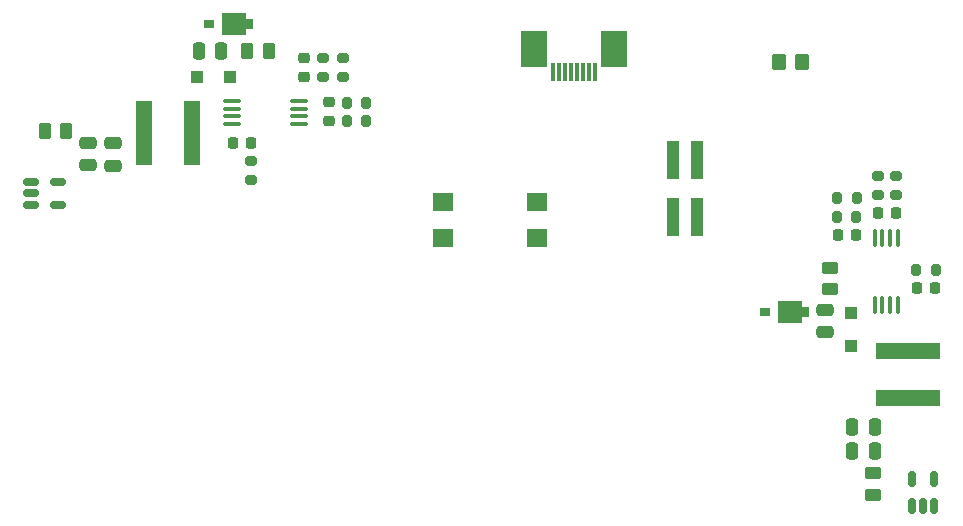
<source format=gbp>
G04 #@! TF.GenerationSoftware,KiCad,Pcbnew,8.0.2*
G04 #@! TF.CreationDate,2024-08-20T08:17:01+02:00*
G04 #@! TF.ProjectId,STS1_SIDEPANEL,53545331-5f53-4494-9445-50414e454c2e,rev?*
G04 #@! TF.SameCoordinates,Original*
G04 #@! TF.FileFunction,Paste,Bot*
G04 #@! TF.FilePolarity,Positive*
%FSLAX46Y46*%
G04 Gerber Fmt 4.6, Leading zero omitted, Abs format (unit mm)*
G04 Created by KiCad (PCBNEW 8.0.2) date 2024-08-20 08:17:01*
%MOMM*%
%LPD*%
G01*
G04 APERTURE LIST*
G04 Aperture macros list*
%AMRoundRect*
0 Rectangle with rounded corners*
0 $1 Rounding radius*
0 $2 $3 $4 $5 $6 $7 $8 $9 X,Y pos of 4 corners*
0 Add a 4 corners polygon primitive as box body*
4,1,4,$2,$3,$4,$5,$6,$7,$8,$9,$2,$3,0*
0 Add four circle primitives for the rounded corners*
1,1,$1+$1,$2,$3*
1,1,$1+$1,$4,$5*
1,1,$1+$1,$6,$7*
1,1,$1+$1,$8,$9*
0 Add four rect primitives between the rounded corners*
20,1,$1+$1,$2,$3,$4,$5,0*
20,1,$1+$1,$4,$5,$6,$7,0*
20,1,$1+$1,$6,$7,$8,$9,0*
20,1,$1+$1,$8,$9,$2,$3,0*%
G04 Aperture macros list end*
%ADD10RoundRect,0.250000X0.250000X0.475000X-0.250000X0.475000X-0.250000X-0.475000X0.250000X-0.475000X0*%
%ADD11RoundRect,0.250000X-0.350000X-0.450000X0.350000X-0.450000X0.350000X0.450000X-0.350000X0.450000X0*%
%ADD12R,1.000000X3.200000*%
%ADD13R,1.800000X1.500000*%
%ADD14RoundRect,0.250000X-0.475000X0.250000X-0.475000X-0.250000X0.475000X-0.250000X0.475000X0.250000X0*%
%ADD15R,0.650000X0.950000*%
%ADD16R,2.000000X1.950000*%
%ADD17R,0.850000X0.650000*%
%ADD18RoundRect,0.100000X0.100000X-0.637500X0.100000X0.637500X-0.100000X0.637500X-0.100000X-0.637500X0*%
%ADD19RoundRect,0.200000X-0.200000X-0.275000X0.200000X-0.275000X0.200000X0.275000X-0.200000X0.275000X0*%
%ADD20RoundRect,0.250000X-0.300000X0.300000X-0.300000X-0.300000X0.300000X-0.300000X0.300000X0.300000X0*%
%ADD21RoundRect,0.200000X0.275000X-0.200000X0.275000X0.200000X-0.275000X0.200000X-0.275000X-0.200000X0*%
%ADD22RoundRect,0.250000X0.450000X-0.262500X0.450000X0.262500X-0.450000X0.262500X-0.450000X-0.262500X0*%
%ADD23RoundRect,0.150000X0.150000X-0.512500X0.150000X0.512500X-0.150000X0.512500X-0.150000X-0.512500X0*%
%ADD24RoundRect,0.200000X-0.275000X0.200000X-0.275000X-0.200000X0.275000X-0.200000X0.275000X0.200000X0*%
%ADD25RoundRect,0.250000X-0.450000X0.262500X-0.450000X-0.262500X0.450000X-0.262500X0.450000X0.262500X0*%
%ADD26RoundRect,0.225000X0.250000X-0.225000X0.250000X0.225000X-0.250000X0.225000X-0.250000X-0.225000X0*%
%ADD27RoundRect,0.225000X0.225000X0.250000X-0.225000X0.250000X-0.225000X-0.250000X0.225000X-0.250000X0*%
%ADD28RoundRect,0.225000X-0.225000X-0.250000X0.225000X-0.250000X0.225000X0.250000X-0.225000X0.250000X0*%
%ADD29RoundRect,0.200000X0.200000X0.275000X-0.200000X0.275000X-0.200000X-0.275000X0.200000X-0.275000X0*%
%ADD30RoundRect,0.100000X-0.637500X-0.100000X0.637500X-0.100000X0.637500X0.100000X-0.637500X0.100000X0*%
%ADD31R,0.300000X1.600000*%
%ADD32R,2.240000X3.120000*%
%ADD33RoundRect,0.250000X0.262500X0.450000X-0.262500X0.450000X-0.262500X-0.450000X0.262500X-0.450000X0*%
%ADD34RoundRect,0.150000X-0.512500X-0.150000X0.512500X-0.150000X0.512500X0.150000X-0.512500X0.150000X0*%
%ADD35R,5.500000X1.430000*%
%ADD36R,1.430000X5.500000*%
%ADD37RoundRect,0.250000X-0.262500X-0.450000X0.262500X-0.450000X0.262500X0.450000X-0.262500X0.450000X0*%
%ADD38RoundRect,0.225000X-0.250000X0.225000X-0.250000X-0.225000X0.250000X-0.225000X0.250000X0.225000X0*%
%ADD39RoundRect,0.250000X0.300000X0.300000X-0.300000X0.300000X-0.300000X-0.300000X0.300000X-0.300000X0*%
G04 APERTURE END LIST*
D10*
X102250000Y-75225000D03*
X100350000Y-75225000D03*
D11*
X149425000Y-76100000D03*
X151425000Y-76100000D03*
D12*
X140526000Y-84420000D03*
X142526000Y-84420000D03*
X140526000Y-89220000D03*
X142526000Y-89220000D03*
D13*
X121000000Y-88000000D03*
X121000000Y-91000000D03*
D14*
X93100000Y-83000000D03*
X93100000Y-84900000D03*
D15*
X104605000Y-72925000D03*
D16*
X103280000Y-72925000D03*
D17*
X101225000Y-72925000D03*
D18*
X159508000Y-96734000D03*
X158858000Y-96734000D03*
X158208000Y-96734000D03*
X157558000Y-96734000D03*
X157558000Y-91009000D03*
X158208000Y-91009000D03*
X158858000Y-91009000D03*
X159508000Y-91009000D03*
D19*
X161071000Y-93696500D03*
X162721000Y-93696500D03*
D20*
X155546000Y-97376500D03*
X155546000Y-100176500D03*
D21*
X112550000Y-77415000D03*
X112550000Y-75765000D03*
D22*
X157400000Y-112787500D03*
X157400000Y-110962500D03*
D23*
X162592000Y-113687500D03*
X161642000Y-113687500D03*
X160692000Y-113687500D03*
X160692000Y-111412500D03*
X162592000Y-111412500D03*
D15*
X151690000Y-97310000D03*
D16*
X150365000Y-97310000D03*
D17*
X148310000Y-97310000D03*
D24*
X157832000Y-85759500D03*
X157832000Y-87409500D03*
D25*
X153781000Y-93546000D03*
X153781000Y-95371000D03*
D26*
X109280000Y-77365000D03*
X109280000Y-75815000D03*
D24*
X104725000Y-84475000D03*
X104725000Y-86125000D03*
D27*
X155975000Y-90780000D03*
X154425000Y-90780000D03*
D14*
X91000000Y-82975000D03*
X91000000Y-84875000D03*
D28*
X157819000Y-88870500D03*
X159369000Y-88870500D03*
D29*
X156025000Y-87680000D03*
X154375000Y-87680000D03*
D24*
X159356000Y-85759500D03*
X159356000Y-87409500D03*
D19*
X154355000Y-89230000D03*
X156005000Y-89230000D03*
D13*
X129000000Y-88000000D03*
X129000000Y-91000000D03*
D30*
X103118900Y-81373000D03*
X103118900Y-80723000D03*
X103118900Y-80073000D03*
X103118900Y-79423000D03*
X108843900Y-79423000D03*
X108843900Y-80073000D03*
X108843900Y-80723000D03*
X108843900Y-81373000D03*
D31*
X130362000Y-76980000D03*
X130862000Y-76980000D03*
X131362000Y-76980000D03*
X131862000Y-76980000D03*
X132362000Y-76980000D03*
X132862000Y-76980000D03*
X133362000Y-76980000D03*
X133862000Y-76980000D03*
D32*
X128715000Y-75000000D03*
X135509000Y-75000000D03*
D10*
X157575000Y-109100000D03*
X155675000Y-109100000D03*
D33*
X106262500Y-75200000D03*
X104437500Y-75200000D03*
D27*
X162671000Y-95220500D03*
X161121000Y-95220500D03*
D34*
X86112500Y-88200000D03*
X86112500Y-87250000D03*
X86112500Y-86300000D03*
X88387500Y-86300000D03*
X88387500Y-88200000D03*
D35*
X160350000Y-104595000D03*
X160350000Y-100555000D03*
D27*
X104749800Y-83014200D03*
X103199800Y-83014200D03*
D36*
X95727500Y-82175000D03*
X99767500Y-82175000D03*
D10*
X157575000Y-107050000D03*
X155675000Y-107050000D03*
D37*
X87312500Y-81925000D03*
X89137500Y-81925000D03*
D14*
X153330000Y-97120000D03*
X153330000Y-99020000D03*
D38*
X111400000Y-79550000D03*
X111400000Y-81100000D03*
D39*
X103000000Y-77425000D03*
X100200000Y-77425000D03*
D29*
X114495000Y-79570000D03*
X112845000Y-79570000D03*
D24*
X110870000Y-75775000D03*
X110870000Y-77425000D03*
D29*
X114500000Y-81110000D03*
X112850000Y-81110000D03*
M02*

</source>
